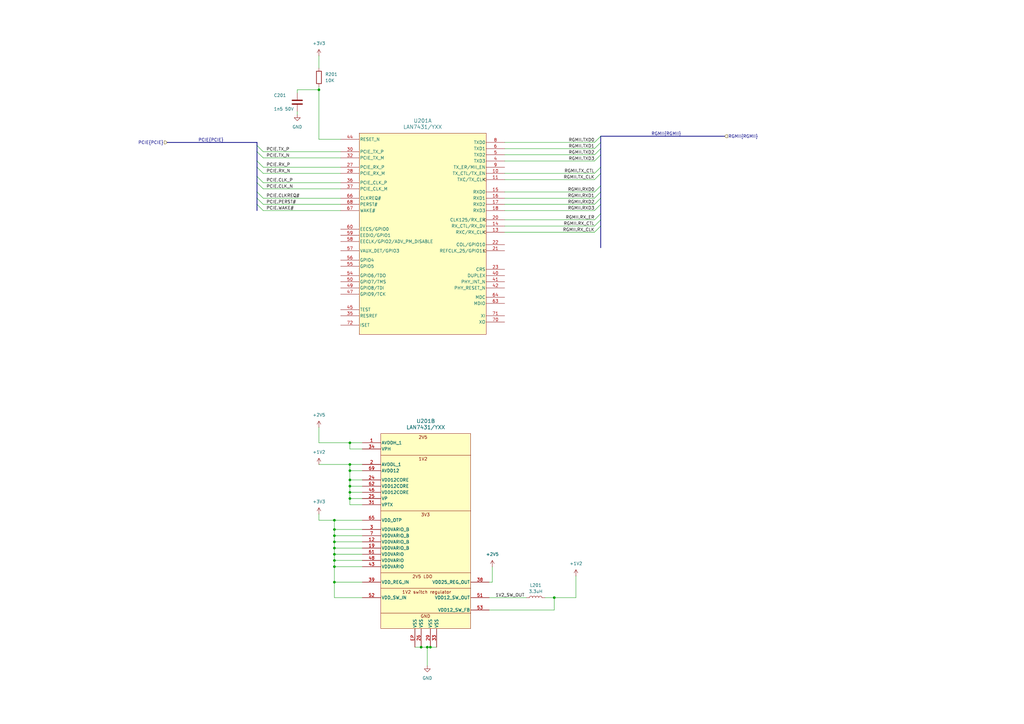
<source format=kicad_sch>
(kicad_sch (version 20231120) (generator "eeschema") (generator_version "8.0")
  (paper "A3")
  (lib_symbols
    (symbol "LAN7431_YXX_1" (pin_names (offset 0.254))
      (property "Reference" "U" (at 8.89 10.16 0))
      (property "Value" "LAN7431/YXX" (at 8.89 7.62 0))
      (symbol "LAN7431_YXX_1_1_1"
        (rectangle (start 0 0) (end 52.07 -82.55) (fill (type background)))
        (pin input line (at 59.69 -16.51 180) (length 7.62) (name "TX_CTL/TX_EN") (number "10"))
        (pin output clock (at 59.69 -19.05 180) (length 7.62) (name "TXC/TX_CLK") (number "11"))
        (pin input clock (at 59.69 -40.64 180) (length 7.62) (name "RXC/RX_CLK") (number "13"))
        (pin input line (at 59.69 -38.1 180) (length 7.62) (name "RX_CTL/RX_DV") (number "14"))
        (pin input line (at 59.69 -24.13 180) (length 7.62) (name "RXD0") (number "15"))
        (pin input line (at 59.69 -26.67 180) (length 7.62) (name "RXD1") (number "16"))
        (pin input line (at 59.69 -29.21 180) (length 7.62) (name "RXD2") (number "17"))
        (pin input line (at 59.69 -31.75 180) (length 7.62) (name "RXD3") (number "18"))
        (pin input clock (at 59.69 -35.56 180) (length 7.62) (name "CLK125/RX_ER") (number "20"))
        (pin bidirectional clock (at 59.69 -48.26 180) (length 7.62) (name "REFCLK_25/GPIO11") (number "21"))
        (pin bidirectional line (at 59.69 -45.72 180) (length 7.62) (name "COL/GPIO10") (number "22"))
        (pin unspecified line (at 59.69 -55.88 180) (length 7.62) (name "CRS") (number "23"))
        (pin unspecified line (at -7.62 -13.97 0) (length 7.62) (name "PCIE_RX_P") (number "27"))
        (pin unspecified line (at -7.62 -16.51 0) (length 7.62) (name "PCIE_RX_M") (number "28"))
        (pin unspecified line (at -7.62 -7.62 0) (length 7.62) (name "PCIE_TX_P") (number "30"))
        (pin unspecified line (at -7.62 -10.16 0) (length 7.62) (name "PCIE_TX_M") (number "32"))
        (pin unspecified line (at -7.62 -74.93 0) (length 7.62) (name "RESREF") (number "35"))
        (pin unspecified line (at -7.62 -20.32 0) (length 7.62) (name "PCIE_CLK_P") (number "36"))
        (pin unspecified line (at -7.62 -22.86 0) (length 7.62) (name "PCIE_CLK_M") (number "37"))
        (pin output line (at 59.69 -11.43 180) (length 7.62) (name "TXD3") (number "4"))
        (pin input line (at 59.69 -58.42 180) (length 7.62) (name "DUPLEX") (number "40"))
        (pin input line (at 59.69 -60.96 180) (length 7.62) (name "PHY_INT_N") (number "41"))
        (pin output line (at 59.69 -63.5 180) (length 7.62) (name "PHY_RESET_N") (number "42"))
        (pin unspecified line (at -7.62 -2.54 0) (length 7.62) (name "RESET_N") (number "44"))
        (pin unspecified line (at -7.62 -72.39 0) (length 7.62) (name "TEST") (number "45"))
        (pin bidirectional line (at -7.62 -66.04 0) (length 7.62) (name "GPIO9/TCK") (number "47"))
        (pin bidirectional line (at -7.62 -63.5 0) (length 7.62) (name "GPIO8/TDI") (number "49"))
        (pin output line (at 59.69 -8.89 180) (length 7.62) (name "TXD2") (number "5"))
        (pin bidirectional line (at -7.62 -60.96 0) (length 7.62) (name "GPIO7/TMS") (number "50"))
        (pin bidirectional line (at -7.62 -58.42 0) (length 7.62) (name "GPIO6/TDO") (number "54"))
        (pin bidirectional line (at -7.62 -54.61 0) (length 7.62) (name "GPIO5") (number "55"))
        (pin bidirectional line (at -7.62 -52.07 0) (length 7.62) (name "GPIO4") (number "56"))
        (pin bidirectional line (at -7.62 -48.26 0) (length 7.62) (name "VAUX_DET/GPIO3") (number "57"))
        (pin bidirectional line (at -7.62 -44.45 0) (length 7.62) (name "EECLK/GPIO2/ADV_PM_DISABLE") (number "58"))
        (pin bidirectional line (at -7.62 -41.91 0) (length 7.62) (name "EEDIO/GPIO1") (number "59"))
        (pin output line (at 59.69 -6.35 180) (length 7.62) (name "TXD1") (number "6"))
        (pin bidirectional line (at -7.62 -39.37 0) (length 7.62) (name "EECS/GPIO0") (number "60"))
        (pin bidirectional line (at 59.69 -69.85 180) (length 7.62) (name "MDIO") (number "63"))
        (pin output line (at 59.69 -67.31 180) (length 7.62) (name "MDC") (number "64"))
        (pin bidirectional line (at -7.62 -26.67 0) (length 7.62) (name "CLKREQ#") (number "66"))
        (pin bidirectional line (at -7.62 -31.75 0) (length 7.62) (name "WAKE#") (number "67"))
        (pin input line (at -7.62 -29.21 0) (length 7.62) (name "PERST#") (number "68"))
        (pin output line (at 59.69 -77.47 180) (length 7.62) (name "XO") (number "70"))
        (pin input line (at 59.69 -74.93 180) (length 7.62) (name "XI") (number "71"))
        (pin passive line (at -7.62 -78.74 0) (length 7.62) (name "ISET") (number "72"))
        (pin output line (at 59.69 -3.81 180) (length 7.62) (name "TXD0") (number "8"))
        (pin bidirectional line (at 59.69 -13.97 180) (length 7.62) (name "TX_ER/MII_EN") (number "9"))
      )
      (symbol "LAN7431_YXX_1_2_1"
        (polyline (pts (xy 0 -73.66) (xy 36.83 -73.66)))
        (polyline (pts (xy 0 -63.5) (xy 36.83 -63.5)))
        (polyline (pts (xy 0 -57.15) (xy 36.83 -57.15)))
        (polyline (pts (xy 0 -31.75) (xy 36.83 -31.75)))
        (polyline (pts (xy 0 -8.89) (xy 36.83 -8.89)))
        (rectangle (start 0 0) (end 36.83 -80.01) (fill (type background)))
        (text "1V2" (at 17.272 -10.414 0) (effects (font (size 1.27 1.27))))
        (text "1V2 switch regulator" (at 18.796 -65.024 0) (effects (font (size 1.27 1.27))))
        (text "2V5" (at 17.272 -1.524 0) (effects (font (size 1.27 1.27))))
        (text "2V5 LDO" (at 17.018 -58.674 0) (effects (font (size 1.27 1.27))))
        (text "3V3" (at 18.288 -33.274 0) (effects (font (size 1.27 1.27))))
        (text "GND" (at 18.288 -74.93 0) (effects (font (size 1.27 1.27))))
        (pin power_in line (at -7.62 -3.81 0) (length 7.62) (name "AVDDH_1") (number "1"))
        (pin power_in line (at -7.62 -44.45 0) (length 7.62) (name "VDDVARIO_B") (number "12"))
        (pin power_in line (at -7.62 -46.99 0) (length 7.62) (name "VDDVARIO_B") (number "19"))
        (pin power_in line (at -7.62 -12.7 0) (length 7.62) (name "AVDDL_1") (number "2"))
        (pin power_in line (at -7.62 -19.05 0) (length 7.62) (name "VDD12CORE") (number "24"))
        (pin unspecified line (at -7.62 -26.67 0) (length 7.62) (name "VP") (number "25"))
        (pin power_in line (at 16.51 -87.63 90) (length 7.62) (name "VSS") (number "26"))
        (pin power_in line (at 20.32 -87.63 90) (length 7.62) (name "VSS") (number "29"))
        (pin power_in line (at -7.62 -39.37 0) (length 7.62) (name "VDDVARIO_B") (number "3"))
        (pin unspecified line (at -7.62 -29.21 0) (length 7.62) (name "VPTX") (number "31"))
        (pin power_in line (at 22.86 -87.63 90) (length 7.62) (name "VSS") (number "33"))
        (pin unspecified line (at -7.62 -6.35 0) (length 7.62) (name "VPH") (number "34"))
        (pin output line (at 44.45 -60.96 180) (length 7.62) (name "VDD25_REG_OUT") (number "38"))
        (pin power_in line (at -7.62 -60.96 0) (length 7.62) (name "VDD_REG_IN") (number "39"))
        (pin power_in line (at -7.62 -54.61 0) (length 7.62) (name "VDDVARIO") (number "43"))
        (pin power_in line (at -7.62 -24.13 0) (length 7.62) (name "VDD12CORE") (number "46"))
        (pin power_in line (at -7.62 -52.07 0) (length 7.62) (name "VDDVARIO") (number "48"))
        (pin output line (at 44.45 -67.31 180) (length 7.62) (name "VDD12_SW_OUT") (number "51"))
        (pin power_in line (at -7.62 -67.31 0) (length 7.62) (name "VDD_SW_IN") (number "52"))
        (pin power_in line (at 44.45 -72.39 180) (length 7.62) (name "VDD12_SW_FB") (number "53"))
        (pin power_in line (at -7.62 -49.53 0) (length 7.62) (name "VDDVARIO") (number "61"))
        (pin power_in line (at -7.62 -21.59 0) (length 7.62) (name "VDD12CORE") (number "62"))
        (pin power_in line (at -7.62 -35.56 0) (length 7.62) (name "VDD_OTP") (number "65"))
        (pin power_in line (at -7.62 -15.24 0) (length 7.62) (name "AVDD12") (number "69"))
        (pin power_in line (at -7.62 -41.91 0) (length 7.62) (name "VDDVARIO_B") (number "7"))
        (pin power_out line (at 13.97 -87.63 90) (length 7.62) (name "VSS") (number "EP"))
      )
    )
    (symbol "bt_Inductors:L;3.3uH;1.4A;200m;S;0806" (pin_numbers hide) (pin_names (offset 1.016) hide)
      (property "Reference" "L" (at -1.27 0 90))
      (property "Value" "3.3uH" (at 1.905 0 90))
      (symbol "L;3.3uH;1.4A;200m;S;0806_0_1"
        (arc (start 0 -2.54) (mid 0.6323 -1.905) (end 0 -1.27))
        (arc (start 0 -1.27) (mid 0.6323 -0.635) (end 0 0))
        (arc (start 0 0) (mid 0.6323 0.635) (end 0 1.27))
        (arc (start 0 1.27) (mid 0.6323 1.905) (end 0 2.54))
      )
      (symbol "L;3.3uH;1.4A;200m;S;0806_1_1"
        (pin passive line (at 0 3.81 270) (length 1.27) (name "1") (number "1"))
        (pin passive line (at 0 -3.81 90) (length 1.27) (name "2") (number "2"))
      )
    )
    (symbol "bt_capacitor:C;M;1n5;10p;50V;S;0603" (pin_numbers hide) (pin_names (offset 0.254))
      (property "Reference" "C" (at 0.635 2.54 0))
      (property "Value" "1n5 50V" (at 4.635 -2.54 0))
      (symbol "C;M;1n5;10p;50V;S;0603_0_1"
        (polyline (pts (xy -2.032 -0.762) (xy 2.032 -0.762)) (stroke (width 0.508)))
        (polyline (pts (xy -2.032 0.762) (xy 2.032 0.762)) (stroke (width 0.508)))
      )
      (symbol "C;M;1n5;10p;50V;S;0603_1_1"
        (pin passive line (at 0 3.81 270) (length 2.794) (name "~") (number "1"))
        (pin passive line (at 0 -3.81 90) (length 2.794) (name "~") (number "2"))
      )
    )
    (symbol "bt_communication:LAN7431_YXX" (pin_names (offset 0.254))
      (property "Reference" "U" (at 8.89 10.16 0))
      (property "Value" "LAN7431/YXX" (at 8.89 7.62 0))
      (symbol "LAN7431_YXX_1_1"
        (rectangle (start 0 0) (end 52.07 -82.55) (fill (type background)))
        (pin input line (at 59.69 -16.51 180) (length 7.62) (name "TX_CTL/TX_EN") (number "10"))
        (pin output clock (at 59.69 -19.05 180) (length 7.62) (name "TXC/TX_CLK") (number "11"))
        (pin input clock (at 59.69 -40.64 180) (length 7.62) (name "RXC/RX_CLK") (number "13"))
        (pin input line (at 59.69 -38.1 180) (length 7.62) (name "RX_CTL/RX_DV") (number "14"))
        (pin input line (at 59.69 -33.02 180) (length 7.62) (name "RXD0") (number "15"))
        (pin input line (at 59.69 -30.48 180) (length 7.62) (name "RXD1") (number "16"))
        (pin input line (at 59.69 -27.94 180) (length 7.62) (name "RXD2") (number "17"))
        (pin input line (at 59.69 -25.4 180) (length 7.62) (name "RXD3") (number "18"))
        (pin input clock (at 59.69 -35.56 180) (length 7.62) (name "CLK125/RX_ER") (number "20"))
        (pin bidirectional clock (at 59.69 -48.26 180) (length 7.62) (name "REFCLK_25/GPIO11") (number "21"))
        (pin bidirectional line (at 59.69 -45.72 180) (length 7.62) (name "COL/GPIO10") (number "22"))
        (pin unspecified line (at 59.69 -55.88 180) (length 7.62) (name "CRS") (number "23"))
        (pin unspecified line (at -7.62 -13.97 0) (length 7.62) (name "PCIE_RX_P") (number "27"))
        (pin unspecified line (at -7.62 -16.51 0) (length 7.62) (name "PCIE_RX_M") (number "28"))
        (pin unspecified line (at -7.62 -7.62 0) (length 7.62) (name "PCIE_TX_P") (number "30"))
        (pin unspecified line (at -7.62 -10.16 0) (length 7.62) (name "PCIE_TX_M") (number "32"))
        (pin unspecified line (at -7.62 -74.93 0) (length 7.62) (name "RESREF") (number "35"))
        (pin unspecified line (at -7.62 -20.32 0) (length 7.62) (name "PCIE_CLK_P") (number "36"))
        (pin unspecified line (at -7.62 -22.86 0) (length 7.62) (name "PCIE_CLK_M") (number "37"))
        (pin output line (at 59.69 -11.43 180) (length 7.62) (name "TXD3") (number "4"))
        (pin input line (at 59.69 -58.42 180) (length 7.62) (name "DUPLEX") (number "40"))
        (pin input line (at 59.69 -60.96 180) (length 7.62) (name "PHY_INT_N") (number "41"))
        (pin output line (at 59.69 -63.5 180) (length 7.62) (name "PHY_RESET_N") (number "42"))
        (pin unspecified line (at -7.62 -2.54 0) (length 7.62) (name "RESET_N") (number "44"))
        (pin unspecified line (at -7.62 -72.39 0) (length 7.62) (name "TEST") (number "45"))
        (pin bidirectional line (at -7.62 -66.04 0) (length 7.62) (name "GPIO9/TCK") (number "47"))
        (pin bidirectional line (at -7.62 -63.5 0) (length 7.62) (name "GPIO8/TDI") (number "49"))
        (pin output line (at 59.69 -8.89 180) (length 7.62) (name "TXD2") (number "5"))
        (pin bidirectional line (at -7.62 -60.96 0) (length 7.62) (name "GPIO7/TMS") (number "50"))
        (pin bidirectional line (at -7.62 -58.42 0) (length 7.62) (name "GPIO6/TDO") (number "54"))
        (pin bidirectional line (at -7.62 -54.61 0) (length 7.62) (name "GPIO5") (number "55"))
        (pin bidirectional line (at -7.62 -52.07 0) (length 7.62) (name "GPIO4") (number "56"))
        (pin bidirectional line (at -7.62 -48.26 0) (length 7.62) (name "VAUX_DET/GPIO3") (number "57"))
        (pin bidirectional line (at -7.62 -44.45 0) (length 7.62) (name "EECLK/GPIO2/ADV_PM_DISABLE") (number "58"))
        (pin bidirectional line (at -7.62 -41.91 0) (length 7.62) (name "EEDIO/GPIO1") (number "59"))
        (pin output line (at 59.69 -6.35 180) (length 7.62) (name "TXD1") (number "6"))
        (pin bidirectional line (at -7.62 -39.37 0) (length 7.62) (name "EECS/GPIO0") (number "60"))
        (pin bidirectional line (at 59.69 -69.85 180) (length 7.62) (name "MDIO") (number "63"))
        (pin output line (at 59.69 -67.31 180) (length 7.62) (name "MDC") (number "64"))
        (pin bidirectional line (at -7.62 -26.67 0) (length 7.62) (name "CLKREQ#") (number "66"))
        (pin bidirectional line (at -7.62 -31.75 0) (length 7.62) (name "WAKE#") (number "67"))
        (pin input line (at -7.62 -29.21 0) (length 7.62) (name "PERST#") (number "68"))
        (pin output line (at 59.69 -77.47 180) (length 7.62) (name "XO") (number "70"))
        (pin input line (at 59.69 -74.93 180) (length 7.62) (name "XI") (number "71"))
        (pin passive line (at -7.62 -78.74 0) (length 7.62) (name "ISET") (number "72"))
        (pin output line (at 59.69 -3.81 180) (length 7.62) (name "TXD0") (number "8"))
        (pin bidirectional line (at 59.69 -13.97 180) (length 7.62) (name "TX_ER/MII_EN") (number "9"))
      )
      (symbol "LAN7431_YXX_2_1"
        (polyline (pts (xy 0 -73.66) (xy 36.83 -73.66)))
        (polyline (pts (xy 0 -63.5) (xy 36.83 -63.5)))
        (polyline (pts (xy 0 -57.15) (xy 36.83 -57.15)))
        (polyline (pts (xy 0 -31.75) (xy 36.83 -31.75)))
        (polyline (pts (xy 0 -8.89) (xy 36.83 -8.89)))
        (rectangle (start 0 0) (end 36.83 -80.01) (fill (type background)))
        (text "1V2" (at 17.272 -10.414 0) (effects (font (size 1.27 1.27))))
        (text "1V2 switch regulator" (at 18.796 -65.024 0) (effects (font (size 1.27 1.27))))
        (text "2V5" (at 17.272 -1.524 0) (effects (font (size 1.27 1.27))))
        (text "2V5 LDO" (at 17.018 -58.674 0) (effects (font (size 1.27 1.27))))
        (text "3V3" (at 18.288 -33.274 0) (effects (font (size 1.27 1.27))))
        (text "GND" (at 18.288 -74.93 0) (effects (font (size 1.27 1.27))))
        (pin power_in line (at -7.62 -3.81 0) (length 7.62) (name "AVDDH_1") (number "1"))
        (pin power_in line (at -7.62 -44.45 0) (length 7.62) (name "VDDVARIO_B") (number "12"))
        (pin power_in line (at -7.62 -46.99 0) (length 7.62) (name "VDDVARIO_B") (number "19"))
        (pin power_in line (at -7.62 -12.7 0) (length 7.62) (name "AVDDL_1") (number "2"))
        (pin power_in line (at -7.62 -19.05 0) (length 7.62) (name "VDD12CORE") (number "24"))
        (pin unspecified line (at -7.62 -26.67 0) (length 7.62) (name "VP") (number "25"))
        (pin power_in line (at 16.51 -87.63 90) (length 7.62) (name "VSS") (number "26"))
        (pin power_in line (at 20.32 -87.63 90) (length 7.62) (name "VSS") (number "29"))
        (pin power_in line (at -7.62 -39.37 0) (length 7.62) (name "VDDVARIO_B") (number "3"))
        (pin unspecified line (at -7.62 -29.21 0) (length 7.62) (name "VPTX") (number "31"))
        (pin power_in line (at 22.86 -87.63 90) (length 7.62) (name "VSS") (number "33"))
        (pin unspecified line (at -7.62 -6.35 0) (length 7.62) (name "VPH") (number "34"))
        (pin output line (at 44.45 -60.96 180) (length 7.62) (name "VDD25_REG_OUT") (number "38"))
        (pin power_in line (at -7.62 -60.96 0) (length 7.62) (name "VDD_REG_IN") (number "39"))
        (pin power_in line (at -7.62 -54.61 0) (length 7.62) (name "VDDVARIO") (number "43"))
        (pin power_in line (at -7.62 -24.13 0) (length 7.62) (name "VDD12CORE") (number "46"))
        (pin power_in line (at -7.62 -52.07 0) (length 7.62) (name "VDDVARIO") (number "48"))
        (pin output line (at 44.45 -67.31 180) (length 7.62) (name "VDD12_SW_OUT") (number "51"))
        (pin power_in line (at -7.62 -67.31 0) (length 7.62) (name "VDD_SW_IN") (number "52"))
        (pin power_in line (at 44.45 -72.39 180) (length 7.62) (name "VDD12_SW_FB") (number "53"))
        (pin power_in line (at -7.62 -49.53 0) (length 7.62) (name "VDDVARIO") (number "61"))
        (pin power_in line (at -7.62 -21.59 0) (length 7.62) (name "VDD12CORE") (number "62"))
        (pin power_in line (at -7.62 -35.56 0) (length 7.62) (name "VDD_OTP") (number "65"))
        (pin power_in line (at -7.62 -15.24 0) (length 7.62) (name "AVDD12") (number "69"))
        (pin power_in line (at -7.62 -41.91 0) (length 7.62) (name "VDDVARIO_B") (number "7"))
        (pin power_out line (at 13.97 -87.63 90) (length 7.62) (name "VSS") (number "EP"))
      )
    )
    (symbol "bt_resistors:R;G;10K;10P0;S;0603" (pin_numbers hide) (pin_names (offset 0))
      (property "Reference" "R" (at 2.032 0 90))
      (property "Value" "10K" (at 0 0 90))
      (symbol "R;G;10K;10P0;S;0603_0_1"
        (rectangle (start -1.016 -2.54) (end 1.016 2.54) (stroke (width 0.254)))
      )
      (symbol "R;G;10K;10P0;S;0603_1_1"
        (pin passive line (at 0 3.81 270) (length 1.27) (name "~") (number "1"))
        (pin passive line (at 0 -3.81 90) (length 1.27) (name "~") (number "2"))
      )
    )
    (symbol "power:+1V2" (power) (pin_numbers hide) (pin_names (offset 0) hide)
      (property "Value" "+1V2" (at 0 3.556 0))
      (symbol "+1V2_0_1"
        (polyline (pts (xy -0.762 1.27) (xy 0 2.54)))
        (polyline (pts (xy 0 0) (xy 0 2.54)))
        (polyline (pts (xy 0 2.54) (xy 0.762 1.27)))
      )
      (symbol "+1V2_1_1"
        (pin power_in line (at 0 0 90) (length 0) (name "~") (number "1"))
      )
    )
    (symbol "power:+2V5" (power) (pin_numbers hide) (pin_names (offset 0) hide)
      (property "Value" "+2V5" (at 0 3.556 0))
      (symbol "+2V5_0_1"
        (polyline (pts (xy -0.762 1.27) (xy 0 2.54)))
        (polyline (pts (xy 0 0) (xy 0 2.54)))
        (polyline (pts (xy 0 2.54) (xy 0.762 1.27)))
      )
      (symbol "+2V5_1_1"
        (pin power_in line (at 0 0 90) (length 0) (name "~") (number "1"))
      )
    )
    (symbol "power:+3.3V" (power) (pin_numbers hide) (pin_names (offset 0) hide)
      (property "Value" "+3.3V" (at 0 3.556 0))
      (symbol "+3.3V_0_1"
        (polyline (pts (xy -0.762 1.27) (xy 0 2.54)))
        (polyline (pts (xy 0 0) (xy 0 2.54)))
        (polyline (pts (xy 0 2.54) (xy 0.762 1.27)))
      )
      (symbol "+3.3V_1_1"
        (pin power_in line (at 0 0 90) (length 0) (name "~") (number "1"))
      )
    )
    (symbol "power:GND" (power) (pin_numbers hide) (pin_names (offset 0) hide)
      (property "Value" "GND" (at 0 -3.81 0))
      (symbol "GND_0_1"
        (polyline (pts (xy 0 0) (xy 0 -1.27) (xy 1.27 -1.27) (xy 0 -2.54) (xy -1.27 -1.27) (xy 0 -1.27)))
      )
      (symbol "GND_1_1"
        (pin power_in line (at 0 0 270) (length 0) (name "~") (number "1"))
      )
    )
  )
  (bus_alias "PCIE" (members "TX_P" "TX_N" "RX_P" "RX_N" "CLK_P" "CLK_N" "CLKREQ#" "WAKE#" "PERST#"))
  (bus_alias "RGMII" (members "TXD0" "TXD1" "TXD2" "TXD3" "TX_CTL" "TX_CLK" "RXD0" "RXD1" "RXD2" "RXD3" "RX_CTL" "RX_CLK" "RX_ER"))
  (junction (at 137.16 213.36))
  (junction (at 175.26 265.43))
  (junction (at 137.16 219.71))
  (junction (at 143.51 193.04))
  (junction (at 137.16 232.41))
  (junction (at 143.51 199.39))
  (junction (at 176.53 265.43))
  (junction (at 172.72 265.43))
  (junction (at 130.81 36.83))
  (junction (at 137.16 217.17))
  (junction (at 143.51 201.93))
  (junction (at 143.51 204.47))
  (junction (at 137.16 238.76))
  (junction (at 137.16 222.25))
  (junction (at 227.33 245.11))
  (junction (at 143.51 181.61))
  (junction (at 143.51 190.5))
  (junction (at 137.16 224.79))
  (junction (at 143.51 196.85))
  (junction (at 137.16 227.33))
  (junction (at 137.16 229.87))
  (bus_entry (at 246.38 78.74) (size -2.54 2.54))
  (bus_entry (at 105.41 78.74) (size 2.54 2.54))
  (bus_entry (at 105.41 83.82) (size 2.54 2.54))
  (bus_entry (at 105.41 59.69) (size 2.54 2.54))
  (bus_entry (at 105.41 74.93) (size 2.54 2.54))
  (bus_entry (at 246.38 83.82) (size -2.54 2.54))
  (bus_entry (at 246.38 81.28) (size -2.54 2.54))
  (bus_entry (at 246.38 68.58) (size -2.54 2.54))
  (bus_entry (at 246.38 90.17) (size -2.54 2.54))
  (bus_entry (at 246.38 92.71) (size -2.54 2.54))
  (bus_entry (at 105.41 72.39) (size 2.54 2.54))
  (bus_entry (at 246.38 71.12) (size -2.54 2.54))
  (bus_entry (at 246.38 87.63) (size -2.54 2.54))
  (bus_entry (at 246.38 63.5) (size -2.54 2.54))
  (bus_entry (at 105.41 66.04) (size 2.54 2.54))
  (bus_entry (at 105.41 68.58) (size 2.54 2.54))
  (bus_entry (at 246.38 60.96) (size -2.54 2.54))
  (bus_entry (at 246.38 58.42) (size -2.54 2.54))
  (bus_entry (at 105.41 62.23) (size 2.54 2.54))
  (bus_entry (at 105.41 81.28) (size 2.54 2.54))
  (bus_entry (at 246.38 76.2) (size -2.54 2.54))
  (bus_entry (at 246.38 55.88) (size -2.54 2.54))
  (wire (pts (xy 137.16 232.41) (xy 137.16 238.76)))
  (wire (pts (xy 130.81 210.82) (xy 130.81 213.36)))
  (wire (pts (xy 143.51 196.85) (xy 143.51 199.39)))
  (bus (pts (xy 246.38 76.2) (xy 246.38 78.74)))
  (wire (pts (xy 137.16 238.76) (xy 137.16 245.11)))
  (wire (pts (xy 137.16 219.71) (xy 148.59 219.71)))
  (wire (pts (xy 143.51 193.04) (xy 148.59 193.04)))
  (wire (pts (xy 175.26 265.43) (xy 175.26 273.05)))
  (wire (pts (xy 130.81 190.5) (xy 143.51 190.5)))
  (wire (pts (xy 176.53 265.43) (xy 179.07 265.43)))
  (wire (pts (xy 137.16 229.87) (xy 137.16 227.33)))
  (wire (pts (xy 130.81 175.26) (xy 130.81 181.61)))
  (wire (pts (xy 243.84 63.5) (xy 207.01 63.5)))
  (wire (pts (xy 143.51 201.93) (xy 148.59 201.93)))
  (bus (pts (xy 246.38 90.17) (xy 246.38 87.63)))
  (wire (pts (xy 137.16 229.87) (xy 137.16 232.41)))
  (wire (pts (xy 143.51 184.15) (xy 148.59 184.15)))
  (wire (pts (xy 137.16 229.87) (xy 148.59 229.87)))
  (wire (pts (xy 137.16 222.25) (xy 148.59 222.25)))
  (bus (pts (xy 246.38 71.12) (xy 246.38 76.2)))
  (wire (pts (xy 143.51 201.93) (xy 143.51 204.47)))
  (wire (pts (xy 137.16 224.79) (xy 137.16 222.25)))
  (bus (pts (xy 105.41 72.39) (xy 105.41 68.58)))
  (bus (pts (xy 246.38 83.82) (xy 246.38 87.63)))
  (bus (pts (xy 105.41 86.36) (xy 105.41 83.82)))
  (bus (pts (xy 246.38 92.71) (xy 246.38 101.6)))
  (wire (pts (xy 121.92 45.72) (xy 121.92 46.99)))
  (wire (pts (xy 236.22 236.22) (xy 236.22 245.11)))
  (wire (pts (xy 137.16 238.76) (xy 148.59 238.76)))
  (wire (pts (xy 175.26 265.43) (xy 176.53 265.43)))
  (wire (pts (xy 200.66 238.76) (xy 201.93 238.76)))
  (bus (pts (xy 105.41 81.28) (xy 105.41 78.74)))
  (wire (pts (xy 107.95 62.23) (xy 139.7 62.23)))
  (wire (pts (xy 201.93 232.41) (xy 201.93 238.76)))
  (wire (pts (xy 243.84 60.96) (xy 207.01 60.96)))
  (wire (pts (xy 137.16 224.79) (xy 148.59 224.79)))
  (wire (pts (xy 170.18 265.43) (xy 172.72 265.43)))
  (bus (pts (xy 105.41 68.58) (xy 105.41 66.04)))
  (wire (pts (xy 143.51 204.47) (xy 143.51 207.01)))
  (wire (pts (xy 172.72 265.43) (xy 175.26 265.43)))
  (bus (pts (xy 105.41 59.69) (xy 105.41 58.42)))
  (bus (pts (xy 246.38 81.28) (xy 246.38 83.82)))
  (wire (pts (xy 137.16 217.17) (xy 148.59 217.17)))
  (wire (pts (xy 137.16 245.11) (xy 148.59 245.11)))
  (wire (pts (xy 227.33 250.19) (xy 227.33 245.11)))
  (wire (pts (xy 121.92 36.83) (xy 121.92 38.1)))
  (wire (pts (xy 143.51 207.01) (xy 148.59 207.01)))
  (bus (pts (xy 68.58 58.42) (xy 105.41 58.42)))
  (wire (pts (xy 107.95 83.82) (xy 139.7 83.82)))
  (wire (pts (xy 107.95 81.28) (xy 139.7 81.28)))
  (wire (pts (xy 130.81 181.61) (xy 143.51 181.61)))
  (wire (pts (xy 200.66 250.19) (xy 227.33 250.19)))
  (wire (pts (xy 243.84 95.25) (xy 207.01 95.25)))
  (wire (pts (xy 143.51 204.47) (xy 148.59 204.47)))
  (wire (pts (xy 223.52 245.11) (xy 227.33 245.11)))
  (wire (pts (xy 130.81 36.83) (xy 121.92 36.83)))
  (wire (pts (xy 107.95 74.93) (xy 139.7 74.93)))
  (wire (pts (xy 130.81 22.86) (xy 130.81 27.94)))
  (wire (pts (xy 137.16 213.36) (xy 148.59 213.36)))
  (wire (pts (xy 139.7 57.15) (xy 130.81 57.15)))
  (wire (pts (xy 137.16 222.25) (xy 137.16 219.71)))
  (wire (pts (xy 243.84 86.36) (xy 207.01 86.36)))
  (wire (pts (xy 143.51 199.39) (xy 143.51 201.93)))
  (wire (pts (xy 137.16 217.17) (xy 137.16 213.36)))
  (wire (pts (xy 143.51 193.04) (xy 143.51 196.85)))
  (bus (pts (xy 105.41 78.74) (xy 105.41 74.93)))
  (wire (pts (xy 243.84 83.82) (xy 207.01 83.82)))
  (wire (pts (xy 143.51 199.39) (xy 148.59 199.39)))
  (wire (pts (xy 207.01 92.71) (xy 243.84 92.71)))
  (wire (pts (xy 107.95 86.36) (xy 139.7 86.36)))
  (wire (pts (xy 130.81 57.15) (xy 130.81 36.83)))
  (wire (pts (xy 130.81 36.83) (xy 130.81 35.56)))
  (wire (pts (xy 243.84 58.42) (xy 207.01 58.42)))
  (bus (pts (xy 246.38 55.88) (xy 246.38 58.42)))
  (wire (pts (xy 143.51 190.5) (xy 148.59 190.5)))
  (bus (pts (xy 105.41 83.82) (xy 105.41 81.28)))
  (wire (pts (xy 243.84 73.66) (xy 207.01 73.66)))
  (bus (pts (xy 105.41 62.23) (xy 105.41 59.69)))
  (bus (pts (xy 246.38 63.5) (xy 246.38 68.58)))
  (bus (pts (xy 246.38 60.96) (xy 246.38 63.5)))
  (wire (pts (xy 107.95 71.12) (xy 139.7 71.12)))
  (wire (pts (xy 130.81 213.36) (xy 137.16 213.36)))
  (wire (pts (xy 137.16 227.33) (xy 148.59 227.33)))
  (wire (pts (xy 143.51 181.61) (xy 143.51 184.15)))
  (wire (pts (xy 107.95 77.47) (xy 139.7 77.47)))
  (wire (pts (xy 243.84 71.12) (xy 207.01 71.12)))
  (wire (pts (xy 107.95 68.58) (xy 139.7 68.58)))
  (wire (pts (xy 200.66 245.11) (xy 215.9 245.11)))
  (wire (pts (xy 227.33 245.11) (xy 236.22 245.11)))
  (wire (pts (xy 243.84 66.04) (xy 207.01 66.04)))
  (wire (pts (xy 137.16 227.33) (xy 137.16 224.79)))
  (bus (pts (xy 246.38 58.42) (xy 246.38 60.96)))
  (wire (pts (xy 107.95 64.77) (xy 139.7 64.77)))
  (wire (pts (xy 243.84 78.74) (xy 207.01 78.74)))
  (wire (pts (xy 143.51 181.61) (xy 148.59 181.61)))
  (bus (pts (xy 246.38 78.74) (xy 246.38 81.28)))
  (bus (pts (xy 105.41 74.93) (xy 105.41 72.39)))
  (wire (pts (xy 143.51 196.85) (xy 148.59 196.85)))
  (wire (pts (xy 137.16 219.71) (xy 137.16 217.17)))
  (wire (pts (xy 148.59 232.41) (xy 137.16 232.41)))
  (bus (pts (xy 246.38 68.58) (xy 246.38 71.12)))
  (wire (pts (xy 243.84 81.28) (xy 207.01 81.28)))
  (bus (pts (xy 297.18 55.88) (xy 246.38 55.88)))
  (bus (pts (xy 246.38 90.17) (xy 246.38 92.71)))
  (bus (pts (xy 105.41 66.04) (xy 105.41 62.23)))
  (wire (pts (xy 207.01 90.17) (xy 243.84 90.17)))
  (wire (pts (xy 143.51 190.5) (xy 143.51 193.04)))
  (label "PCIE{PCIE}" (at 81.28 58.42 0))
  (label "RGMII.RXD0" (at 243.84 78.74 180))
  (label "RGMII.RXD3" (at 243.84 86.36 180))
  (label "RGMII{RGMII}" (at 279.4 55.88 180))
  (label "PCIE.PERST#" (at 109.22 83.82 0))
  (label "RGMII.RX_ER" (at 243.84 90.17 180))
  (label "PCIE.WAKE#" (at 109.22 86.36 0))
  (label "PCIE.CLKREQ#" (at 109.22 81.28 0))
  (label "PCIE.CLK_N" (at 109.22 77.47 0))
  (label "RGMII.TX_CLK" (at 243.84 73.66 180))
  (label "RGMII.TXD1" (at 243.84 60.96 180))
  (label "RGMII.RX_CTL" (at 243.84 92.71 180))
  (label "RGMII.TXD3" (at 243.84 66.04 180))
  (label "RGMII.RX_CLK" (at 243.84 95.25 180))
  (label "RGMII.RXD1" (at 243.84 81.28 180))
  (label "PCIE.RX_N" (at 109.22 71.12 0))
  (label "PCIE.CLK_P" (at 109.22 74.93 0))
  (label "RGMII.RXD2" (at 243.84 83.82 180))
  (label "PCIE.TX_N" (at 109.22 64.77 0))
  (label "PCIE.TX_P" (at 109.22 62.23 0))
  (label "RGMII.TX_CTL" (at 243.84 71.12 180))
  (label "RGMII.TXD0" (at 243.84 58.42 180))
  (label "1V2_SW_OUT" (at 203.2 245.11 0))
  (label "RGMII.TXD2" (at 243.84 63.5 180))
  (label "PCIE.RX_P" (at 109.22 68.58 0))
  (hierarchical_label "RGMII{RGMII}" (shape input) (at 297.18 55.88 0))
  (hierarchical_label "PCIE{PCIE}" (shape input) (at 68.58 58.42 180))
  (symbol (lib_id "bt_Inductors:L;3.3uH;1.4A;200m;S;0806") (at 219.71 245.11 90) (unit 1)
    (property "Reference" "L201" (at 219.71 240.03 90))
    (property "Value" "3.3uH" (at 219.71 242.57 90))
    (property "Footprint" "bt_footprints:L_0806_2016Metric" (effects (hide yes)))
    (property "Datasheet" "https://mm.digikey.com/Volume0/opasdata/d220001/medias/docus/5338/SRP2010DPA_Series_DS.pdf" (effects (hide yes)))
    (property "Description" "Inductor 3.3uH 1.4A 200m" (effects (hide yes)))
    (property "CPN" "BT00204-00001" (effects (hide yes)))
    (property "MPN" "SRP2010DPA-3R3M" (effects (hide yes)))
  )
  (symbol (lib_name "LAN7431_YXX_1") (lib_id "bt_communication:LAN7431_YXX") (at 147.32 54.61 0) (unit 1)
    (property "Reference" "U201" (at 173.355 49.53 0) (effects (font (size 1.524 1.524))))
    (property "Value" "LAN7431/YXX" (at 173.355 52.07 0) (effects (font (size 1.524 1.524))))
    (property "Footprint" "bt_footprints:SQFN72_YXX_MCH" (effects (hide yes)))
    (property "Datasheet" "LAN7431/YXX" (effects (hide yes)))
    (property "Description" "PCI ethernet controller RGMII" (effects (hide yes)))
    (property "CPN" "BT02010-00001" (effects (hide yes)))
    (property "MPN" "LAN7431" (effects (hide yes)))
  )
  (symbol (lib_id "power:+3.3V") (at 130.81 22.86 0) (unit 1)
    (property "Reference" "#PWR0208" (effects (hide yes)))
    (property "Value" "+3V3" (at 130.81 17.78 0))
    (property "Description" "Power symbol creates a global label with name \"+3.3V\"" (effects (hide yes)))
  )
  (symbol (lib_id "power:+3.3V") (at 130.81 210.82 0) (unit 1)
    (property "Reference" "#PWR0205" (effects (hide yes)))
    (property "Value" "+3V3" (at 130.81 205.74 0))
    (property "Description" "Power symbol creates a global label with name \"+3.3V\"" (effects (hide yes)))
  )
  (symbol (lib_id "power:GND") (at 121.92 46.99 0) (unit 1)
    (property "Reference" "#PWR0207" (effects (hide yes)))
    (property "Value" "GND" (at 121.92 52.07 0))
    (property "Description" "Power symbol creates a global label with name \"GND\" , ground" (effects (hide yes)))
  )
  (symbol (lib_id "power:+2V5") (at 201.93 232.41 0) (unit 1)
    (property "Reference" "#PWR0201" (effects (hide yes)))
    (property "Value" "+2V5" (at 201.93 227.33 0))
    (property "Description" "Power symbol creates a global label with name \"+2V5\"" (effects (hide yes)))
  )
  (symbol (lib_id "power:+1V2") (at 130.81 190.5 0) (unit 1)
    (property "Reference" "#PWR0204" (effects (hide yes)))
    (property "Value" "+1V2" (at 130.81 185.42 0))
    (property "Description" "Power symbol creates a global label with name \"+1V2\"" (effects (hide yes)))
  )
  (symbol (lib_id "bt_capacitor:C;M;1n5;10p;50V;S;0603") (at 121.92 41.91 0) (unit 1)
    (property "Reference" "C201" (at 112.268 39.116 0) (effects (justify left)))
    (property "Value" "1n5 50V" (at 112.268 44.704 0) (effects (justify left)))
    (property "Footprint" "Capacitor_SMD:C_0603_1608Metric" (effects (hide yes)))
    (property "Description" "Capacitor" (effects (hide yes)))
    (property "MPN" "C;C;T1;S;P0603;NA" (effects (hide yes)))
    (property "CPN" "BT00007-090015" (effects (hide yes)))
  )
  (symbol (lib_id "power:+1V2") (at 236.22 236.22 0) (unit 1)
    (property "Reference" "#PWR0203" (effects (hide yes)))
    (property "Value" "+1V2" (at 236.22 231.14 0))
    (property "Description" "Power symbol creates a global label with name \"+1V2\"" (effects (hide yes)))
  )
  (symbol (lib_id "bt_communication:LAN7431_YXX") (at 156.21 177.8 0) (unit 2)
    (property "Reference" "U201" (at 174.625 172.72 0) (effects (font (size 1.524 1.524))))
    (property "Value" "LAN7431/YXX" (at 174.625 175.26 0) (effects (font (size 1.524 1.524))))
    (property "Footprint" "bt_footprints:SQFN72_YXX_MCH" (effects (hide yes)))
    (property "Datasheet" "LAN7431/YXX" (effects (hide yes)))
    (property "Description" "PCI ethernet controller RGMII" (effects (hide yes)))
    (property "CPN" "BT02010-00001" (effects (hide yes)))
    (property "MPN" "LAN7431" (effects (hide yes)))
  )
  (symbol (lib_id "bt_resistors:R;G;10K;10P0;S;0603") (at 130.81 31.75 0) (unit 1)
    (property "Reference" "R201" (at 133.35 30.4799 0) (effects (justify left)))
    (property "Value" "10K" (at 133.35 33.0199 0) (effects (justify left)))
    (property "Footprint" "Resistor_SMD:R_0603_1608Metric" (effects (hide yes)))
    (property "Description" "Resistor" (effects (hide yes)))
    (property "MPN" "R;G;10K;10P0;S;0603" (effects (hide yes)))
    (property "CPN" "BT00002-30100" (effects (hide yes)))
  )
  (symbol (lib_id "power:+2V5") (at 130.81 175.26 0) (unit 1)
    (property "Reference" "#PWR0202" (effects (hide yes)))
    (property "Value" "+2V5" (at 130.81 170.18 0))
    (property "Description" "Power symbol creates a global label with name \"+2V5\"" (effects (hide yes)))
  )
  (symbol (lib_id "power:GND") (at 175.26 273.05 0) (unit 1)
    (property "Reference" "#PWR0206" (effects (hide yes)))
    (property "Value" "GND" (at 175.26 278.13 0))
    (property "Description" "Power symbol creates a global label with name \"GND\" , ground" (effects (hide yes)))
  )
)
</source>
